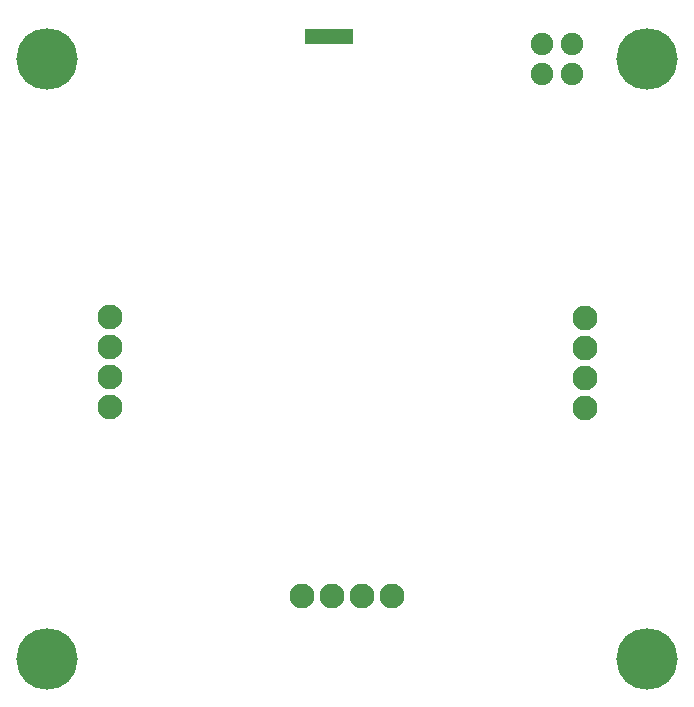
<source format=gbs>
G04 Layer: BottomSolderMaskLayer*
G04 Panelize: , Column: 2, Row: 2, Board Size: 58.42mm x 58.42mm, Panelized Board Size: 118.84mm x 118.84mm*
G04 EasyEDA v6.5.34, 2023-10-06 23:46:37*
G04 e07c970f047149babf7d85850df99f2e,5a6b42c53f6a479593ecc07194224c93,10*
G04 Gerber Generator version 0.2*
G04 Scale: 100 percent, Rotated: No, Reflected: No *
G04 Dimensions in millimeters *
G04 leading zeros omitted , absolute positions ,4 integer and 5 decimal *
%FSLAX45Y45*%
%MOMM*%

%ADD10C,5.2032*%
%ADD11C,1.9016*%
%ADD12C,2.1016*%

%LPD*%
D10*
G01*
X381000Y5461000D03*
G01*
X5461000Y5461000D03*
G01*
X5461000Y381000D03*
G01*
X381000Y381000D03*
D11*
G01*
X4572000Y5588000D03*
G01*
X4572000Y5334000D03*
G01*
X4826000Y5334000D03*
G01*
X4826000Y5588000D03*
D12*
G01*
X4931206Y3020161D03*
G01*
X4931206Y2766161D03*
G01*
X4931206Y2512161D03*
G01*
X4931206Y3274161D03*
G01*
X910818Y2520340D03*
G01*
X910818Y3282340D03*
G01*
X910818Y3028340D03*
G01*
X910818Y2774340D03*
G01*
X3048000Y914400D03*
G01*
X2794000Y914400D03*
G01*
X2540000Y914400D03*
G01*
X3302000Y914400D03*
G36*
X2565400Y5715000D02*
G01*
X2971800Y5715000D01*
X2971800Y5588000D01*
X2565400Y5588000D01*
G37*
M02*

</source>
